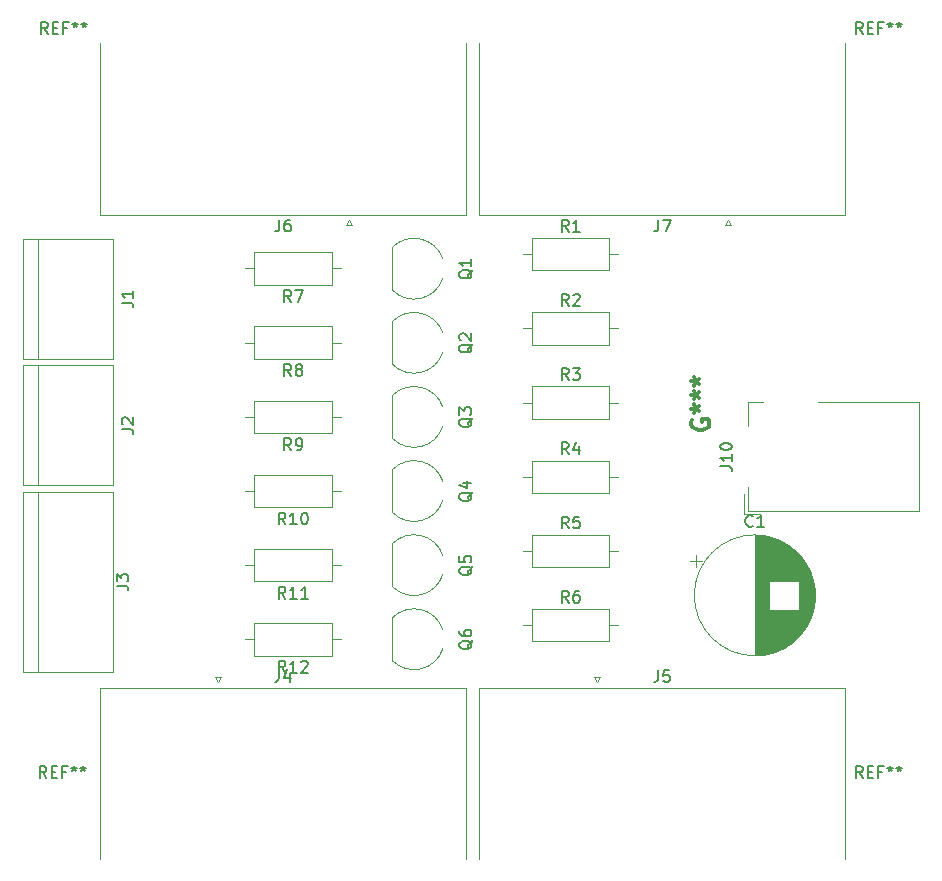
<source format=gbr>
%TF.GenerationSoftware,KiCad,Pcbnew,(6.0.4)*%
%TF.CreationDate,2024-03-21T15:28:48+01:00*%
%TF.ProjectId,Big7segDisplayDrv,42696737-7365-4674-9469-73706c617944,rev?*%
%TF.SameCoordinates,Original*%
%TF.FileFunction,Legend,Top*%
%TF.FilePolarity,Positive*%
%FSLAX46Y46*%
G04 Gerber Fmt 4.6, Leading zero omitted, Abs format (unit mm)*
G04 Created by KiCad (PCBNEW (6.0.4)) date 2024-03-21 15:28:48*
%MOMM*%
%LPD*%
G01*
G04 APERTURE LIST*
%ADD10C,0.150000*%
%ADD11C,0.300000*%
%ADD12C,0.120000*%
G04 APERTURE END LIST*
D10*
%TO.C,REF\u002A\u002A*%
X99466666Y-128052380D02*
X99133333Y-127576190D01*
X98895238Y-128052380D02*
X98895238Y-127052380D01*
X99276190Y-127052380D01*
X99371428Y-127100000D01*
X99419047Y-127147619D01*
X99466666Y-127242857D01*
X99466666Y-127385714D01*
X99419047Y-127480952D01*
X99371428Y-127528571D01*
X99276190Y-127576190D01*
X98895238Y-127576190D01*
X99895238Y-127528571D02*
X100228571Y-127528571D01*
X100371428Y-128052380D02*
X99895238Y-128052380D01*
X99895238Y-127052380D01*
X100371428Y-127052380D01*
X101133333Y-127528571D02*
X100800000Y-127528571D01*
X100800000Y-128052380D02*
X100800000Y-127052380D01*
X101276190Y-127052380D01*
X101800000Y-127052380D02*
X101800000Y-127290476D01*
X101561904Y-127195238D02*
X101800000Y-127290476D01*
X102038095Y-127195238D01*
X101657142Y-127480952D02*
X101800000Y-127290476D01*
X101942857Y-127480952D01*
X102561904Y-127052380D02*
X102561904Y-127290476D01*
X102323809Y-127195238D02*
X102561904Y-127290476D01*
X102800000Y-127195238D01*
X102419047Y-127480952D02*
X102561904Y-127290476D01*
X102704761Y-127480952D01*
X99566666Y-65052380D02*
X99233333Y-64576190D01*
X98995238Y-65052380D02*
X98995238Y-64052380D01*
X99376190Y-64052380D01*
X99471428Y-64100000D01*
X99519047Y-64147619D01*
X99566666Y-64242857D01*
X99566666Y-64385714D01*
X99519047Y-64480952D01*
X99471428Y-64528571D01*
X99376190Y-64576190D01*
X98995238Y-64576190D01*
X99995238Y-64528571D02*
X100328571Y-64528571D01*
X100471428Y-65052380D02*
X99995238Y-65052380D01*
X99995238Y-64052380D01*
X100471428Y-64052380D01*
X101233333Y-64528571D02*
X100900000Y-64528571D01*
X100900000Y-65052380D02*
X100900000Y-64052380D01*
X101376190Y-64052380D01*
X101900000Y-64052380D02*
X101900000Y-64290476D01*
X101661904Y-64195238D02*
X101900000Y-64290476D01*
X102138095Y-64195238D01*
X101757142Y-64480952D02*
X101900000Y-64290476D01*
X102042857Y-64480952D01*
X102661904Y-64052380D02*
X102661904Y-64290476D01*
X102423809Y-64195238D02*
X102661904Y-64290476D01*
X102900000Y-64195238D01*
X102519047Y-64480952D02*
X102661904Y-64290476D01*
X102804761Y-64480952D01*
X168566666Y-128052380D02*
X168233333Y-127576190D01*
X167995238Y-128052380D02*
X167995238Y-127052380D01*
X168376190Y-127052380D01*
X168471428Y-127100000D01*
X168519047Y-127147619D01*
X168566666Y-127242857D01*
X168566666Y-127385714D01*
X168519047Y-127480952D01*
X168471428Y-127528571D01*
X168376190Y-127576190D01*
X167995238Y-127576190D01*
X168995238Y-127528571D02*
X169328571Y-127528571D01*
X169471428Y-128052380D02*
X168995238Y-128052380D01*
X168995238Y-127052380D01*
X169471428Y-127052380D01*
X170233333Y-127528571D02*
X169900000Y-127528571D01*
X169900000Y-128052380D02*
X169900000Y-127052380D01*
X170376190Y-127052380D01*
X170900000Y-127052380D02*
X170900000Y-127290476D01*
X170661904Y-127195238D02*
X170900000Y-127290476D01*
X171138095Y-127195238D01*
X170757142Y-127480952D02*
X170900000Y-127290476D01*
X171042857Y-127480952D01*
X171661904Y-127052380D02*
X171661904Y-127290476D01*
X171423809Y-127195238D02*
X171661904Y-127290476D01*
X171900000Y-127195238D01*
X171519047Y-127480952D02*
X171661904Y-127290476D01*
X171804761Y-127480952D01*
X168566666Y-65052380D02*
X168233333Y-64576190D01*
X167995238Y-65052380D02*
X167995238Y-64052380D01*
X168376190Y-64052380D01*
X168471428Y-64100000D01*
X168519047Y-64147619D01*
X168566666Y-64242857D01*
X168566666Y-64385714D01*
X168519047Y-64480952D01*
X168471428Y-64528571D01*
X168376190Y-64576190D01*
X167995238Y-64576190D01*
X168995238Y-64528571D02*
X169328571Y-64528571D01*
X169471428Y-65052380D02*
X168995238Y-65052380D01*
X168995238Y-64052380D01*
X169471428Y-64052380D01*
X170233333Y-64528571D02*
X169900000Y-64528571D01*
X169900000Y-65052380D02*
X169900000Y-64052380D01*
X170376190Y-64052380D01*
X170900000Y-64052380D02*
X170900000Y-64290476D01*
X170661904Y-64195238D02*
X170900000Y-64290476D01*
X171138095Y-64195238D01*
X170757142Y-64480952D02*
X170900000Y-64290476D01*
X171042857Y-64480952D01*
X171661904Y-64052380D02*
X171661904Y-64290476D01*
X171423809Y-64195238D02*
X171661904Y-64290476D01*
X171900000Y-64195238D01*
X171519047Y-64480952D02*
X171661904Y-64290476D01*
X171804761Y-64480952D01*
%TO.C,J6*%
X119176666Y-80782711D02*
X119176666Y-81496997D01*
X119129047Y-81639854D01*
X119033809Y-81735092D01*
X118890952Y-81782711D01*
X118795714Y-81782711D01*
X120081428Y-80782711D02*
X119890952Y-80782711D01*
X119795714Y-80830331D01*
X119748095Y-80877950D01*
X119652857Y-81020807D01*
X119605238Y-81211283D01*
X119605238Y-81592235D01*
X119652857Y-81687473D01*
X119700476Y-81735092D01*
X119795714Y-81782711D01*
X119986190Y-81782711D01*
X120081428Y-81735092D01*
X120129047Y-81687473D01*
X120176666Y-81592235D01*
X120176666Y-81354140D01*
X120129047Y-81258902D01*
X120081428Y-81211283D01*
X119986190Y-81163664D01*
X119795714Y-81163664D01*
X119700476Y-81211283D01*
X119652857Y-81258902D01*
X119605238Y-81354140D01*
%TO.C,Q1*%
X135527619Y-85047238D02*
X135480000Y-85142476D01*
X135384761Y-85237714D01*
X135241904Y-85380571D01*
X135194285Y-85475809D01*
X135194285Y-85571047D01*
X135432380Y-85523428D02*
X135384761Y-85618666D01*
X135289523Y-85713904D01*
X135099047Y-85761523D01*
X134765714Y-85761523D01*
X134575238Y-85713904D01*
X134480000Y-85618666D01*
X134432380Y-85523428D01*
X134432380Y-85332952D01*
X134480000Y-85237714D01*
X134575238Y-85142476D01*
X134765714Y-85094857D01*
X135099047Y-85094857D01*
X135289523Y-85142476D01*
X135384761Y-85237714D01*
X135432380Y-85332952D01*
X135432380Y-85523428D01*
X135432380Y-84142476D02*
X135432380Y-84713904D01*
X135432380Y-84428190D02*
X134432380Y-84428190D01*
X134575238Y-84523428D01*
X134670476Y-84618666D01*
X134718095Y-84713904D01*
%TO.C,J7*%
X151276666Y-80782711D02*
X151276666Y-81496997D01*
X151229047Y-81639854D01*
X151133809Y-81735092D01*
X150990952Y-81782711D01*
X150895714Y-81782711D01*
X151657619Y-80782711D02*
X152324285Y-80782711D01*
X151895714Y-81782711D01*
%TO.C,J10*%
X156502380Y-101659523D02*
X157216666Y-101659523D01*
X157359523Y-101707142D01*
X157454761Y-101802380D01*
X157502380Y-101945238D01*
X157502380Y-102040476D01*
X157502380Y-100659523D02*
X157502380Y-101230952D01*
X157502380Y-100945238D02*
X156502380Y-100945238D01*
X156645238Y-101040476D01*
X156740476Y-101135714D01*
X156788095Y-101230952D01*
X156502380Y-100040476D02*
X156502380Y-99945238D01*
X156550000Y-99850000D01*
X156597619Y-99802380D01*
X156692857Y-99754761D01*
X156883333Y-99707142D01*
X157121428Y-99707142D01*
X157311904Y-99754761D01*
X157407142Y-99802380D01*
X157454761Y-99850000D01*
X157502380Y-99945238D01*
X157502380Y-100040476D01*
X157454761Y-100135714D01*
X157407142Y-100183333D01*
X157311904Y-100230952D01*
X157121428Y-100278571D01*
X156883333Y-100278571D01*
X156692857Y-100230952D01*
X156597619Y-100183333D01*
X156550000Y-100135714D01*
X156502380Y-100040476D01*
%TO.C,Q5*%
X135527619Y-110143238D02*
X135480000Y-110238476D01*
X135384761Y-110333714D01*
X135241904Y-110476571D01*
X135194285Y-110571809D01*
X135194285Y-110667047D01*
X135432380Y-110619428D02*
X135384761Y-110714666D01*
X135289523Y-110809904D01*
X135099047Y-110857523D01*
X134765714Y-110857523D01*
X134575238Y-110809904D01*
X134480000Y-110714666D01*
X134432380Y-110619428D01*
X134432380Y-110428952D01*
X134480000Y-110333714D01*
X134575238Y-110238476D01*
X134765714Y-110190857D01*
X135099047Y-110190857D01*
X135289523Y-110238476D01*
X135384761Y-110333714D01*
X135432380Y-110428952D01*
X135432380Y-110619428D01*
X134432380Y-109286095D02*
X134432380Y-109762285D01*
X134908571Y-109809904D01*
X134860952Y-109762285D01*
X134813333Y-109667047D01*
X134813333Y-109428952D01*
X134860952Y-109333714D01*
X134908571Y-109286095D01*
X135003809Y-109238476D01*
X135241904Y-109238476D01*
X135337142Y-109286095D01*
X135384761Y-109333714D01*
X135432380Y-109428952D01*
X135432380Y-109667047D01*
X135384761Y-109762285D01*
X135337142Y-109809904D01*
%TO.C,C1*%
X159265656Y-106707142D02*
X159218037Y-106754761D01*
X159075180Y-106802380D01*
X158979942Y-106802380D01*
X158837084Y-106754761D01*
X158741846Y-106659523D01*
X158694227Y-106564285D01*
X158646608Y-106373809D01*
X158646608Y-106230952D01*
X158694227Y-106040476D01*
X158741846Y-105945238D01*
X158837084Y-105850000D01*
X158979942Y-105802380D01*
X159075180Y-105802380D01*
X159218037Y-105850000D01*
X159265656Y-105897619D01*
X160218037Y-106802380D02*
X159646608Y-106802380D01*
X159932323Y-106802380D02*
X159932323Y-105802380D01*
X159837084Y-105945238D01*
X159741846Y-106040476D01*
X159646608Y-106088095D01*
%TO.C,R3*%
X143673333Y-94368380D02*
X143340000Y-93892190D01*
X143101904Y-94368380D02*
X143101904Y-93368380D01*
X143482857Y-93368380D01*
X143578095Y-93416000D01*
X143625714Y-93463619D01*
X143673333Y-93558857D01*
X143673333Y-93701714D01*
X143625714Y-93796952D01*
X143578095Y-93844571D01*
X143482857Y-93892190D01*
X143101904Y-93892190D01*
X144006666Y-93368380D02*
X144625714Y-93368380D01*
X144292380Y-93749333D01*
X144435238Y-93749333D01*
X144530476Y-93796952D01*
X144578095Y-93844571D01*
X144625714Y-93939809D01*
X144625714Y-94177904D01*
X144578095Y-94273142D01*
X144530476Y-94320761D01*
X144435238Y-94368380D01*
X144149523Y-94368380D01*
X144054285Y-94320761D01*
X144006666Y-94273142D01*
%TO.C,J2*%
X105832380Y-98533333D02*
X106546666Y-98533333D01*
X106689523Y-98580952D01*
X106784761Y-98676190D01*
X106832380Y-98819047D01*
X106832380Y-98914285D01*
X105927619Y-98104761D02*
X105880000Y-98057142D01*
X105832380Y-97961904D01*
X105832380Y-97723809D01*
X105880000Y-97628571D01*
X105927619Y-97580952D01*
X106022857Y-97533333D01*
X106118095Y-97533333D01*
X106260952Y-97580952D01*
X106832380Y-98152380D01*
X106832380Y-97533333D01*
%TO.C,Q2*%
X135527619Y-91321238D02*
X135480000Y-91416476D01*
X135384761Y-91511714D01*
X135241904Y-91654571D01*
X135194285Y-91749809D01*
X135194285Y-91845047D01*
X135432380Y-91797428D02*
X135384761Y-91892666D01*
X135289523Y-91987904D01*
X135099047Y-92035523D01*
X134765714Y-92035523D01*
X134575238Y-91987904D01*
X134480000Y-91892666D01*
X134432380Y-91797428D01*
X134432380Y-91606952D01*
X134480000Y-91511714D01*
X134575238Y-91416476D01*
X134765714Y-91368857D01*
X135099047Y-91368857D01*
X135289523Y-91416476D01*
X135384761Y-91511714D01*
X135432380Y-91606952D01*
X135432380Y-91797428D01*
X134527619Y-90987904D02*
X134480000Y-90940285D01*
X134432380Y-90845047D01*
X134432380Y-90606952D01*
X134480000Y-90511714D01*
X134527619Y-90464095D01*
X134622857Y-90416476D01*
X134718095Y-90416476D01*
X134860952Y-90464095D01*
X135432380Y-91035523D01*
X135432380Y-90416476D01*
%TO.C,Q4*%
X135527619Y-103869238D02*
X135480000Y-103964476D01*
X135384761Y-104059714D01*
X135241904Y-104202571D01*
X135194285Y-104297809D01*
X135194285Y-104393047D01*
X135432380Y-104345428D02*
X135384761Y-104440666D01*
X135289523Y-104535904D01*
X135099047Y-104583523D01*
X134765714Y-104583523D01*
X134575238Y-104535904D01*
X134480000Y-104440666D01*
X134432380Y-104345428D01*
X134432380Y-104154952D01*
X134480000Y-104059714D01*
X134575238Y-103964476D01*
X134765714Y-103916857D01*
X135099047Y-103916857D01*
X135289523Y-103964476D01*
X135384761Y-104059714D01*
X135432380Y-104154952D01*
X135432380Y-104345428D01*
X134765714Y-103059714D02*
X135432380Y-103059714D01*
X134384761Y-103297809D02*
X135099047Y-103535904D01*
X135099047Y-102916857D01*
%TO.C,R9*%
X120173333Y-100308380D02*
X119840000Y-99832190D01*
X119601904Y-100308380D02*
X119601904Y-99308380D01*
X119982857Y-99308380D01*
X120078095Y-99356000D01*
X120125714Y-99403619D01*
X120173333Y-99498857D01*
X120173333Y-99641714D01*
X120125714Y-99736952D01*
X120078095Y-99784571D01*
X119982857Y-99832190D01*
X119601904Y-99832190D01*
X120649523Y-100308380D02*
X120840000Y-100308380D01*
X120935238Y-100260761D01*
X120982857Y-100213142D01*
X121078095Y-100070285D01*
X121125714Y-99879809D01*
X121125714Y-99498857D01*
X121078095Y-99403619D01*
X121030476Y-99356000D01*
X120935238Y-99308380D01*
X120744761Y-99308380D01*
X120649523Y-99356000D01*
X120601904Y-99403619D01*
X120554285Y-99498857D01*
X120554285Y-99736952D01*
X120601904Y-99832190D01*
X120649523Y-99879809D01*
X120744761Y-99927428D01*
X120935238Y-99927428D01*
X121030476Y-99879809D01*
X121078095Y-99832190D01*
X121125714Y-99736952D01*
%TO.C,R1*%
X143673333Y-81808380D02*
X143340000Y-81332190D01*
X143101904Y-81808380D02*
X143101904Y-80808380D01*
X143482857Y-80808380D01*
X143578095Y-80856000D01*
X143625714Y-80903619D01*
X143673333Y-80998857D01*
X143673333Y-81141714D01*
X143625714Y-81236952D01*
X143578095Y-81284571D01*
X143482857Y-81332190D01*
X143101904Y-81332190D01*
X144625714Y-81808380D02*
X144054285Y-81808380D01*
X144340000Y-81808380D02*
X144340000Y-80808380D01*
X144244761Y-80951238D01*
X144149523Y-81046476D01*
X144054285Y-81094095D01*
%TO.C,R2*%
X143673333Y-88088380D02*
X143340000Y-87612190D01*
X143101904Y-88088380D02*
X143101904Y-87088380D01*
X143482857Y-87088380D01*
X143578095Y-87136000D01*
X143625714Y-87183619D01*
X143673333Y-87278857D01*
X143673333Y-87421714D01*
X143625714Y-87516952D01*
X143578095Y-87564571D01*
X143482857Y-87612190D01*
X143101904Y-87612190D01*
X144054285Y-87183619D02*
X144101904Y-87136000D01*
X144197142Y-87088380D01*
X144435238Y-87088380D01*
X144530476Y-87136000D01*
X144578095Y-87183619D01*
X144625714Y-87278857D01*
X144625714Y-87374095D01*
X144578095Y-87516952D01*
X144006666Y-88088380D01*
X144625714Y-88088380D01*
%TO.C,J4*%
X119156666Y-118922049D02*
X119156666Y-119636335D01*
X119109047Y-119779192D01*
X119013809Y-119874430D01*
X118870952Y-119922049D01*
X118775714Y-119922049D01*
X120061428Y-119255383D02*
X120061428Y-119922049D01*
X119823333Y-118874430D02*
X119585238Y-119588716D01*
X120204285Y-119588716D01*
%TO.C,R8*%
X120173333Y-94028380D02*
X119840000Y-93552190D01*
X119601904Y-94028380D02*
X119601904Y-93028380D01*
X119982857Y-93028380D01*
X120078095Y-93076000D01*
X120125714Y-93123619D01*
X120173333Y-93218857D01*
X120173333Y-93361714D01*
X120125714Y-93456952D01*
X120078095Y-93504571D01*
X119982857Y-93552190D01*
X119601904Y-93552190D01*
X120744761Y-93456952D02*
X120649523Y-93409333D01*
X120601904Y-93361714D01*
X120554285Y-93266476D01*
X120554285Y-93218857D01*
X120601904Y-93123619D01*
X120649523Y-93076000D01*
X120744761Y-93028380D01*
X120935238Y-93028380D01*
X121030476Y-93076000D01*
X121078095Y-93123619D01*
X121125714Y-93218857D01*
X121125714Y-93266476D01*
X121078095Y-93361714D01*
X121030476Y-93409333D01*
X120935238Y-93456952D01*
X120744761Y-93456952D01*
X120649523Y-93504571D01*
X120601904Y-93552190D01*
X120554285Y-93647428D01*
X120554285Y-93837904D01*
X120601904Y-93933142D01*
X120649523Y-93980761D01*
X120744761Y-94028380D01*
X120935238Y-94028380D01*
X121030476Y-93980761D01*
X121078095Y-93933142D01*
X121125714Y-93837904D01*
X121125714Y-93647428D01*
X121078095Y-93552190D01*
X121030476Y-93504571D01*
X120935238Y-93456952D01*
%TO.C,R4*%
X143673333Y-100648380D02*
X143340000Y-100172190D01*
X143101904Y-100648380D02*
X143101904Y-99648380D01*
X143482857Y-99648380D01*
X143578095Y-99696000D01*
X143625714Y-99743619D01*
X143673333Y-99838857D01*
X143673333Y-99981714D01*
X143625714Y-100076952D01*
X143578095Y-100124571D01*
X143482857Y-100172190D01*
X143101904Y-100172190D01*
X144530476Y-99981714D02*
X144530476Y-100648380D01*
X144292380Y-99600761D02*
X144054285Y-100315047D01*
X144673333Y-100315047D01*
D11*
%TO.C,G\u002A\u002A\u002A*%
X154138000Y-97742571D02*
X154065428Y-97887714D01*
X154065428Y-98105428D01*
X154138000Y-98323142D01*
X154283142Y-98468285D01*
X154428285Y-98540857D01*
X154718571Y-98613428D01*
X154936285Y-98613428D01*
X155226571Y-98540857D01*
X155371714Y-98468285D01*
X155516857Y-98323142D01*
X155589428Y-98105428D01*
X155589428Y-97960285D01*
X155516857Y-97742571D01*
X155444285Y-97670000D01*
X154936285Y-97670000D01*
X154936285Y-97960285D01*
X154065428Y-96799142D02*
X154428285Y-96799142D01*
X154283142Y-97162000D02*
X154428285Y-96799142D01*
X154283142Y-96436285D01*
X154718571Y-97016857D02*
X154428285Y-96799142D01*
X154718571Y-96581428D01*
X154065428Y-95638000D02*
X154428285Y-95638000D01*
X154283142Y-96000857D02*
X154428285Y-95638000D01*
X154283142Y-95275142D01*
X154718571Y-95855714D02*
X154428285Y-95638000D01*
X154718571Y-95420285D01*
X154065428Y-94476857D02*
X154428285Y-94476857D01*
X154283142Y-94839714D02*
X154428285Y-94476857D01*
X154283142Y-94114000D01*
X154718571Y-94694571D02*
X154428285Y-94476857D01*
X154718571Y-94259142D01*
D10*
%TO.C,Q6*%
X135527619Y-116417238D02*
X135480000Y-116512476D01*
X135384761Y-116607714D01*
X135241904Y-116750571D01*
X135194285Y-116845809D01*
X135194285Y-116941047D01*
X135432380Y-116893428D02*
X135384761Y-116988666D01*
X135289523Y-117083904D01*
X135099047Y-117131523D01*
X134765714Y-117131523D01*
X134575238Y-117083904D01*
X134480000Y-116988666D01*
X134432380Y-116893428D01*
X134432380Y-116702952D01*
X134480000Y-116607714D01*
X134575238Y-116512476D01*
X134765714Y-116464857D01*
X135099047Y-116464857D01*
X135289523Y-116512476D01*
X135384761Y-116607714D01*
X135432380Y-116702952D01*
X135432380Y-116893428D01*
X134432380Y-115607714D02*
X134432380Y-115798190D01*
X134480000Y-115893428D01*
X134527619Y-115941047D01*
X134670476Y-116036285D01*
X134860952Y-116083904D01*
X135241904Y-116083904D01*
X135337142Y-116036285D01*
X135384761Y-115988666D01*
X135432380Y-115893428D01*
X135432380Y-115702952D01*
X135384761Y-115607714D01*
X135337142Y-115560095D01*
X135241904Y-115512476D01*
X135003809Y-115512476D01*
X134908571Y-115560095D01*
X134860952Y-115607714D01*
X134813333Y-115702952D01*
X134813333Y-115893428D01*
X134860952Y-115988666D01*
X134908571Y-116036285D01*
X135003809Y-116083904D01*
%TO.C,R10*%
X119697142Y-106588380D02*
X119363809Y-106112190D01*
X119125714Y-106588380D02*
X119125714Y-105588380D01*
X119506666Y-105588380D01*
X119601904Y-105636000D01*
X119649523Y-105683619D01*
X119697142Y-105778857D01*
X119697142Y-105921714D01*
X119649523Y-106016952D01*
X119601904Y-106064571D01*
X119506666Y-106112190D01*
X119125714Y-106112190D01*
X120649523Y-106588380D02*
X120078095Y-106588380D01*
X120363809Y-106588380D02*
X120363809Y-105588380D01*
X120268571Y-105731238D01*
X120173333Y-105826476D01*
X120078095Y-105874095D01*
X121268571Y-105588380D02*
X121363809Y-105588380D01*
X121459047Y-105636000D01*
X121506666Y-105683619D01*
X121554285Y-105778857D01*
X121601904Y-105969333D01*
X121601904Y-106207428D01*
X121554285Y-106397904D01*
X121506666Y-106493142D01*
X121459047Y-106540761D01*
X121363809Y-106588380D01*
X121268571Y-106588380D01*
X121173333Y-106540761D01*
X121125714Y-106493142D01*
X121078095Y-106397904D01*
X121030476Y-106207428D01*
X121030476Y-105969333D01*
X121078095Y-105778857D01*
X121125714Y-105683619D01*
X121173333Y-105636000D01*
X121268571Y-105588380D01*
%TO.C,R12*%
X119697142Y-119148380D02*
X119363809Y-118672190D01*
X119125714Y-119148380D02*
X119125714Y-118148380D01*
X119506666Y-118148380D01*
X119601904Y-118196000D01*
X119649523Y-118243619D01*
X119697142Y-118338857D01*
X119697142Y-118481714D01*
X119649523Y-118576952D01*
X119601904Y-118624571D01*
X119506666Y-118672190D01*
X119125714Y-118672190D01*
X120649523Y-119148380D02*
X120078095Y-119148380D01*
X120363809Y-119148380D02*
X120363809Y-118148380D01*
X120268571Y-118291238D01*
X120173333Y-118386476D01*
X120078095Y-118434095D01*
X121030476Y-118243619D02*
X121078095Y-118196000D01*
X121173333Y-118148380D01*
X121411428Y-118148380D01*
X121506666Y-118196000D01*
X121554285Y-118243619D01*
X121601904Y-118338857D01*
X121601904Y-118434095D01*
X121554285Y-118576952D01*
X120982857Y-119148380D01*
X121601904Y-119148380D01*
%TO.C,R7*%
X120173333Y-87748380D02*
X119840000Y-87272190D01*
X119601904Y-87748380D02*
X119601904Y-86748380D01*
X119982857Y-86748380D01*
X120078095Y-86796000D01*
X120125714Y-86843619D01*
X120173333Y-86938857D01*
X120173333Y-87081714D01*
X120125714Y-87176952D01*
X120078095Y-87224571D01*
X119982857Y-87272190D01*
X119601904Y-87272190D01*
X120506666Y-86748380D02*
X121173333Y-86748380D01*
X120744761Y-87748380D01*
%TO.C,J5*%
X151256666Y-118922049D02*
X151256666Y-119636335D01*
X151209047Y-119779192D01*
X151113809Y-119874430D01*
X150970952Y-119922049D01*
X150875714Y-119922049D01*
X152209047Y-118922049D02*
X151732857Y-118922049D01*
X151685238Y-119398240D01*
X151732857Y-119350621D01*
X151828095Y-119303002D01*
X152066190Y-119303002D01*
X152161428Y-119350621D01*
X152209047Y-119398240D01*
X152256666Y-119493478D01*
X152256666Y-119731573D01*
X152209047Y-119826811D01*
X152161428Y-119874430D01*
X152066190Y-119922049D01*
X151828095Y-119922049D01*
X151732857Y-119874430D01*
X151685238Y-119826811D01*
%TO.C,R6*%
X143673333Y-113208380D02*
X143340000Y-112732190D01*
X143101904Y-113208380D02*
X143101904Y-112208380D01*
X143482857Y-112208380D01*
X143578095Y-112256000D01*
X143625714Y-112303619D01*
X143673333Y-112398857D01*
X143673333Y-112541714D01*
X143625714Y-112636952D01*
X143578095Y-112684571D01*
X143482857Y-112732190D01*
X143101904Y-112732190D01*
X144530476Y-112208380D02*
X144340000Y-112208380D01*
X144244761Y-112256000D01*
X144197142Y-112303619D01*
X144101904Y-112446476D01*
X144054285Y-112636952D01*
X144054285Y-113017904D01*
X144101904Y-113113142D01*
X144149523Y-113160761D01*
X144244761Y-113208380D01*
X144435238Y-113208380D01*
X144530476Y-113160761D01*
X144578095Y-113113142D01*
X144625714Y-113017904D01*
X144625714Y-112779809D01*
X144578095Y-112684571D01*
X144530476Y-112636952D01*
X144435238Y-112589333D01*
X144244761Y-112589333D01*
X144149523Y-112636952D01*
X144101904Y-112684571D01*
X144054285Y-112779809D01*
%TO.C,R5*%
X143673333Y-106928380D02*
X143340000Y-106452190D01*
X143101904Y-106928380D02*
X143101904Y-105928380D01*
X143482857Y-105928380D01*
X143578095Y-105976000D01*
X143625714Y-106023619D01*
X143673333Y-106118857D01*
X143673333Y-106261714D01*
X143625714Y-106356952D01*
X143578095Y-106404571D01*
X143482857Y-106452190D01*
X143101904Y-106452190D01*
X144578095Y-105928380D02*
X144101904Y-105928380D01*
X144054285Y-106404571D01*
X144101904Y-106356952D01*
X144197142Y-106309333D01*
X144435238Y-106309333D01*
X144530476Y-106356952D01*
X144578095Y-106404571D01*
X144625714Y-106499809D01*
X144625714Y-106737904D01*
X144578095Y-106833142D01*
X144530476Y-106880761D01*
X144435238Y-106928380D01*
X144197142Y-106928380D01*
X144101904Y-106880761D01*
X144054285Y-106833142D01*
%TO.C,R11*%
X119697142Y-112868380D02*
X119363809Y-112392190D01*
X119125714Y-112868380D02*
X119125714Y-111868380D01*
X119506666Y-111868380D01*
X119601904Y-111916000D01*
X119649523Y-111963619D01*
X119697142Y-112058857D01*
X119697142Y-112201714D01*
X119649523Y-112296952D01*
X119601904Y-112344571D01*
X119506666Y-112392190D01*
X119125714Y-112392190D01*
X120649523Y-112868380D02*
X120078095Y-112868380D01*
X120363809Y-112868380D02*
X120363809Y-111868380D01*
X120268571Y-112011238D01*
X120173333Y-112106476D01*
X120078095Y-112154095D01*
X121601904Y-112868380D02*
X121030476Y-112868380D01*
X121316190Y-112868380D02*
X121316190Y-111868380D01*
X121220952Y-112011238D01*
X121125714Y-112106476D01*
X121030476Y-112154095D01*
%TO.C,Q3*%
X135527619Y-97595238D02*
X135480000Y-97690476D01*
X135384761Y-97785714D01*
X135241904Y-97928571D01*
X135194285Y-98023809D01*
X135194285Y-98119047D01*
X135432380Y-98071428D02*
X135384761Y-98166666D01*
X135289523Y-98261904D01*
X135099047Y-98309523D01*
X134765714Y-98309523D01*
X134575238Y-98261904D01*
X134480000Y-98166666D01*
X134432380Y-98071428D01*
X134432380Y-97880952D01*
X134480000Y-97785714D01*
X134575238Y-97690476D01*
X134765714Y-97642857D01*
X135099047Y-97642857D01*
X135289523Y-97690476D01*
X135384761Y-97785714D01*
X135432380Y-97880952D01*
X135432380Y-98071428D01*
X134432380Y-97309523D02*
X134432380Y-96690476D01*
X134813333Y-97023809D01*
X134813333Y-96880952D01*
X134860952Y-96785714D01*
X134908571Y-96738095D01*
X135003809Y-96690476D01*
X135241904Y-96690476D01*
X135337142Y-96738095D01*
X135384761Y-96785714D01*
X135432380Y-96880952D01*
X135432380Y-97166666D01*
X135384761Y-97261904D01*
X135337142Y-97309523D01*
%TO.C,J1*%
X105832380Y-87833333D02*
X106546666Y-87833333D01*
X106689523Y-87880952D01*
X106784761Y-87976190D01*
X106832380Y-88119047D01*
X106832380Y-88214285D01*
X106832380Y-86833333D02*
X106832380Y-87404761D01*
X106832380Y-87119047D02*
X105832380Y-87119047D01*
X105975238Y-87214285D01*
X106070476Y-87309523D01*
X106118095Y-87404761D01*
%TO.C,J3*%
X105402380Y-111803333D02*
X106116666Y-111803333D01*
X106259523Y-111850952D01*
X106354761Y-111946190D01*
X106402380Y-112089047D01*
X106402380Y-112184285D01*
X105402380Y-111422380D02*
X105402380Y-110803333D01*
X105783333Y-111136666D01*
X105783333Y-110993809D01*
X105830952Y-110898571D01*
X105878571Y-110850952D01*
X105973809Y-110803333D01*
X106211904Y-110803333D01*
X106307142Y-110850952D01*
X106354761Y-110898571D01*
X106402380Y-110993809D01*
X106402380Y-111279523D01*
X106354761Y-111374761D01*
X106307142Y-111422380D01*
D12*
%TO.C,J6*%
X134995000Y-65850331D02*
X134995000Y-80390331D01*
X125300000Y-81284669D02*
X124800000Y-81284669D01*
X104025000Y-80390331D02*
X104025000Y-65850331D01*
X134995000Y-80390331D02*
X104025000Y-80390331D01*
X124800000Y-81284669D02*
X125050000Y-80851656D01*
X125050000Y-80851656D02*
X125300000Y-81284669D01*
%TO.C,Q1*%
X128730000Y-83152000D02*
X128730000Y-86752000D01*
X133030000Y-84132000D02*
G75*
G03*
X128738259Y-83140125I-2450000J-820000D01*
G01*
X128752316Y-86760445D02*
G75*
G03*
X133030000Y-85732000I1827684J1808445D01*
G01*
%TO.C,J7*%
X157150000Y-80851656D02*
X157400000Y-81284669D01*
X167095000Y-65850331D02*
X167095000Y-80390331D01*
X136125000Y-80390331D02*
X136125000Y-65850331D01*
X156900000Y-81284669D02*
X157150000Y-80851656D01*
X157400000Y-81284669D02*
X156900000Y-81284669D01*
X167095000Y-80390331D02*
X136125000Y-80390331D01*
%TO.C,J10*%
X164750000Y-96250000D02*
X173350000Y-96250000D01*
X158550000Y-104050000D02*
X158550000Y-105750000D01*
X173350000Y-105450000D02*
X158850000Y-105450000D01*
X158850000Y-105450000D02*
X158850000Y-103450000D01*
X158850000Y-96250000D02*
X160150000Y-96250000D01*
X158850000Y-98250000D02*
X158850000Y-96250000D01*
X158550000Y-105750000D02*
X159850000Y-105750000D01*
X173350000Y-96250000D02*
X173350000Y-105450000D01*
%TO.C,Q5*%
X128730000Y-108248000D02*
X128730000Y-111848000D01*
X133030000Y-109228000D02*
G75*
G03*
X128738259Y-108236125I-2450000J-820000D01*
G01*
X128752316Y-111856445D02*
G75*
G03*
X133030000Y-110828000I1827684J1808445D01*
G01*
%TO.C,C1*%
X162593323Y-108611000D02*
X162593323Y-111359000D01*
X161553323Y-113841000D02*
X161553323Y-117221000D01*
X161473323Y-107943000D02*
X161473323Y-111359000D01*
X153952677Y-109725000D02*
X154952677Y-109725000D01*
X161113323Y-113841000D02*
X161113323Y-117397000D01*
X161393323Y-113841000D02*
X161393323Y-117290000D01*
X163273323Y-109253000D02*
X163273323Y-115947000D01*
X160993323Y-113841000D02*
X160993323Y-117437000D01*
X159632323Y-107523000D02*
X159632323Y-117677000D01*
X161673323Y-108036000D02*
X161673323Y-111359000D01*
X160633323Y-107662000D02*
X160633323Y-117538000D01*
X164073323Y-110475000D02*
X164073323Y-114725000D01*
X163233323Y-109208000D02*
X163233323Y-115992000D01*
X163073323Y-113841000D02*
X163073323Y-116161000D01*
X162033323Y-108229000D02*
X162033323Y-111359000D01*
X162593323Y-113841000D02*
X162593323Y-116589000D01*
X160553323Y-107644000D02*
X160553323Y-117556000D01*
X160473323Y-107626000D02*
X160473323Y-117574000D01*
X162193323Y-113841000D02*
X162193323Y-116873000D01*
X161593323Y-113841000D02*
X161593323Y-117203000D01*
X161753323Y-113841000D02*
X161753323Y-117125000D01*
X162993323Y-108960000D02*
X162993323Y-111359000D01*
X161473323Y-113841000D02*
X161473323Y-117257000D01*
X160673323Y-107672000D02*
X160673323Y-117528000D01*
X159912323Y-107542000D02*
X159912323Y-117658000D01*
X160072323Y-107560000D02*
X160072323Y-117640000D01*
X162473323Y-108520000D02*
X162473323Y-111359000D01*
X160753323Y-113841000D02*
X160753323Y-117507000D01*
X159712323Y-107527000D02*
X159712323Y-117673000D01*
X161273323Y-113841000D02*
X161273323Y-117338000D01*
X159752323Y-107530000D02*
X159752323Y-117670000D01*
X163553323Y-109600000D02*
X163553323Y-115600000D01*
X162473323Y-113841000D02*
X162473323Y-116680000D01*
X163433323Y-109444000D02*
X163433323Y-115756000D01*
X163873323Y-110090000D02*
X163873323Y-115110000D01*
X163073323Y-109039000D02*
X163073323Y-111359000D01*
X161913323Y-108160000D02*
X161913323Y-111359000D01*
X159992323Y-107550000D02*
X159992323Y-117650000D01*
X162113323Y-113841000D02*
X162113323Y-116923000D01*
X161153323Y-107817000D02*
X161153323Y-111359000D01*
X163793323Y-109955000D02*
X163793323Y-115245000D01*
X162913323Y-113841000D02*
X162913323Y-116316000D01*
X162113323Y-108277000D02*
X162113323Y-111359000D01*
X162833323Y-108811000D02*
X162833323Y-111359000D01*
X163393323Y-109394000D02*
X163393323Y-115806000D01*
X163353323Y-109346000D02*
X163353323Y-115854000D01*
X160032323Y-107555000D02*
X160032323Y-117645000D01*
X162753323Y-108742000D02*
X162753323Y-111359000D01*
X160793323Y-113841000D02*
X160793323Y-117497000D01*
X160233323Y-107582000D02*
X160233323Y-117618000D01*
X161313323Y-107877000D02*
X161313323Y-111359000D01*
X164153323Y-110656000D02*
X164153323Y-114544000D01*
X160393323Y-107610000D02*
X160393323Y-117590000D01*
X161593323Y-107997000D02*
X161593323Y-111359000D01*
X160953323Y-113841000D02*
X160953323Y-117450000D01*
X164273323Y-110970000D02*
X164273323Y-114230000D01*
X162513323Y-113841000D02*
X162513323Y-116650000D01*
X162273323Y-113841000D02*
X162273323Y-116821000D01*
X162313323Y-108406000D02*
X162313323Y-111359000D01*
X161233323Y-113841000D02*
X161233323Y-117354000D01*
X159552323Y-107521000D02*
X159552323Y-117679000D01*
X161953323Y-108183000D02*
X161953323Y-111359000D01*
X162793323Y-113841000D02*
X162793323Y-116424000D01*
X163953323Y-110235000D02*
X163953323Y-114965000D01*
X161633323Y-108016000D02*
X161633323Y-111359000D01*
X163313323Y-109299000D02*
X163313323Y-115901000D01*
X163673323Y-109770000D02*
X163673323Y-115430000D01*
X163033323Y-108999000D02*
X163033323Y-111359000D01*
X163513323Y-109546000D02*
X163513323Y-115654000D01*
X161233323Y-107846000D02*
X161233323Y-111359000D01*
X162553323Y-108580000D02*
X162553323Y-111359000D01*
X163153323Y-113841000D02*
X163153323Y-116078000D01*
X160953323Y-107750000D02*
X160953323Y-111359000D01*
X161993323Y-108205000D02*
X161993323Y-111359000D01*
X161713323Y-108055000D02*
X161713323Y-111359000D01*
X164193323Y-110754000D02*
X164193323Y-114446000D01*
X160833323Y-107715000D02*
X160833323Y-111359000D01*
X162993323Y-113841000D02*
X162993323Y-116240000D01*
X162273323Y-108379000D02*
X162273323Y-111359000D01*
X163913323Y-110161000D02*
X163913323Y-115039000D01*
X160713323Y-113841000D02*
X160713323Y-117518000D01*
X163473323Y-109494000D02*
X163473323Y-115706000D01*
X164113323Y-110563000D02*
X164113323Y-114637000D01*
X162953323Y-108921000D02*
X162953323Y-111359000D01*
X162353323Y-108434000D02*
X162353323Y-111359000D01*
X162193323Y-108327000D02*
X162193323Y-111359000D01*
X161193323Y-107832000D02*
X161193323Y-111359000D01*
X160153323Y-107570000D02*
X160153323Y-117630000D01*
X161793323Y-113841000D02*
X161793323Y-117104000D01*
X161793323Y-108096000D02*
X161793323Y-111359000D01*
X164353323Y-111222000D02*
X164353323Y-113978000D01*
X163753323Y-109891000D02*
X163753323Y-115309000D01*
X160913323Y-107738000D02*
X160913323Y-111359000D01*
X160313323Y-107596000D02*
X160313323Y-117604000D01*
X161993323Y-113841000D02*
X161993323Y-116995000D01*
X161913323Y-113841000D02*
X161913323Y-117040000D01*
X159432323Y-107520000D02*
X159432323Y-117680000D01*
X161673323Y-113841000D02*
X161673323Y-117164000D01*
X162433323Y-108490000D02*
X162433323Y-111359000D01*
X161033323Y-107776000D02*
X161033323Y-111359000D01*
X162753323Y-113841000D02*
X162753323Y-116458000D01*
X160993323Y-107763000D02*
X160993323Y-111359000D01*
X164473323Y-111738000D02*
X164473323Y-113462000D01*
X160193323Y-107576000D02*
X160193323Y-117624000D01*
X162353323Y-113841000D02*
X162353323Y-116766000D01*
X161153323Y-113841000D02*
X161153323Y-117383000D01*
X161033323Y-113841000D02*
X161033323Y-117424000D01*
X162673323Y-113841000D02*
X162673323Y-116525000D01*
X162793323Y-108776000D02*
X162793323Y-111359000D01*
X159872323Y-107538000D02*
X159872323Y-117662000D01*
X161873323Y-113841000D02*
X161873323Y-117062000D01*
X161953323Y-113841000D02*
X161953323Y-117017000D01*
X161353323Y-107893000D02*
X161353323Y-111359000D01*
X161753323Y-108075000D02*
X161753323Y-111359000D01*
X163833323Y-110021000D02*
X163833323Y-115179000D01*
X164393323Y-111370000D02*
X164393323Y-113830000D01*
X161833323Y-108117000D02*
X161833323Y-111359000D01*
X159672323Y-107525000D02*
X159672323Y-117675000D01*
X160793323Y-107703000D02*
X160793323Y-111359000D01*
X159792323Y-107532000D02*
X159792323Y-117668000D01*
X161633323Y-113841000D02*
X161633323Y-117184000D01*
X160433323Y-107618000D02*
X160433323Y-117582000D01*
X162713323Y-108708000D02*
X162713323Y-111359000D01*
X163193323Y-109164000D02*
X163193323Y-116036000D01*
X162033323Y-113841000D02*
X162033323Y-116971000D01*
X160873323Y-107726000D02*
X160873323Y-111359000D01*
X162153323Y-113841000D02*
X162153323Y-116898000D01*
X161313323Y-113841000D02*
X161313323Y-117323000D01*
X162433323Y-113841000D02*
X162433323Y-116710000D01*
X162153323Y-108302000D02*
X162153323Y-111359000D01*
X160593323Y-107653000D02*
X160593323Y-117547000D01*
X159952323Y-107546000D02*
X159952323Y-117654000D01*
X160753323Y-107693000D02*
X160753323Y-111359000D01*
X162073323Y-108253000D02*
X162073323Y-111359000D01*
X161833323Y-113841000D02*
X161833323Y-117083000D01*
X162233323Y-108353000D02*
X162233323Y-111359000D01*
X162313323Y-113841000D02*
X162313323Y-116794000D01*
X160273323Y-107589000D02*
X160273323Y-117611000D01*
X160913323Y-113841000D02*
X160913323Y-117462000D01*
X159472323Y-107520000D02*
X159472323Y-117680000D01*
X163713323Y-109830000D02*
X163713323Y-115370000D01*
X161113323Y-107803000D02*
X161113323Y-111359000D01*
X162673323Y-108675000D02*
X162673323Y-111359000D01*
X164433323Y-111538000D02*
X164433323Y-113662000D01*
X162633323Y-108643000D02*
X162633323Y-111359000D01*
X164233323Y-110858000D02*
X164233323Y-114342000D01*
X163033323Y-113841000D02*
X163033323Y-116201000D01*
X162393323Y-113841000D02*
X162393323Y-116738000D01*
X162633323Y-113841000D02*
X162633323Y-116557000D01*
X161513323Y-107961000D02*
X161513323Y-111359000D01*
X163113323Y-109080000D02*
X163113323Y-111359000D01*
X161433323Y-113841000D02*
X161433323Y-117274000D01*
X164033323Y-110391000D02*
X164033323Y-114809000D01*
X163593323Y-109655000D02*
X163593323Y-115545000D01*
X162833323Y-113841000D02*
X162833323Y-116389000D01*
X162913323Y-108884000D02*
X162913323Y-111359000D01*
X161073323Y-113841000D02*
X161073323Y-117411000D01*
X159512323Y-107520000D02*
X159512323Y-117680000D01*
X163633323Y-109711000D02*
X163633323Y-115489000D01*
X161273323Y-107862000D02*
X161273323Y-111359000D01*
X162713323Y-113841000D02*
X162713323Y-116492000D01*
X160353323Y-107603000D02*
X160353323Y-117597000D01*
X160713323Y-107682000D02*
X160713323Y-111359000D01*
X161073323Y-107789000D02*
X161073323Y-111359000D01*
X162393323Y-108462000D02*
X162393323Y-111359000D01*
X161193323Y-113841000D02*
X161193323Y-117368000D01*
X164313323Y-111090000D02*
X164313323Y-114110000D01*
X154452677Y-109225000D02*
X154452677Y-110225000D01*
X162073323Y-113841000D02*
X162073323Y-116947000D01*
X163113323Y-113841000D02*
X163113323Y-116120000D01*
X159832323Y-107535000D02*
X159832323Y-117665000D01*
X162873323Y-108847000D02*
X162873323Y-111359000D01*
X162233323Y-113841000D02*
X162233323Y-116847000D01*
X161433323Y-107926000D02*
X161433323Y-111359000D01*
X162953323Y-113841000D02*
X162953323Y-116279000D01*
X162553323Y-113841000D02*
X162553323Y-116620000D01*
X161353323Y-113841000D02*
X161353323Y-117307000D01*
X163153323Y-109122000D02*
X163153323Y-111359000D01*
X162873323Y-113841000D02*
X162873323Y-116353000D01*
X161553323Y-107979000D02*
X161553323Y-111359000D01*
X159592323Y-107522000D02*
X159592323Y-117678000D01*
X160513323Y-107635000D02*
X160513323Y-117565000D01*
X160833323Y-113841000D02*
X160833323Y-117485000D01*
X161873323Y-108138000D02*
X161873323Y-111359000D01*
X160873323Y-113841000D02*
X160873323Y-117474000D01*
X163993323Y-110311000D02*
X163993323Y-114889000D01*
X161393323Y-107910000D02*
X161393323Y-111359000D01*
X162513323Y-108550000D02*
X162513323Y-111359000D01*
X161713323Y-113841000D02*
X161713323Y-117145000D01*
X161513323Y-113841000D02*
X161513323Y-117239000D01*
X160112323Y-107565000D02*
X160112323Y-117635000D01*
X164513323Y-112001000D02*
X164513323Y-113199000D01*
X164552323Y-112600000D02*
G75*
G03*
X164552323Y-112600000I-5120000J0D01*
G01*
%TO.C,R3*%
X140570000Y-97656000D02*
X147110000Y-97656000D01*
X147110000Y-94916000D02*
X140570000Y-94916000D01*
X140570000Y-94916000D02*
X140570000Y-97656000D01*
X139800000Y-96286000D02*
X140570000Y-96286000D01*
X147880000Y-96286000D02*
X147110000Y-96286000D01*
X147110000Y-97656000D02*
X147110000Y-94916000D01*
%TO.C,J2*%
X97490000Y-103280000D02*
X105110000Y-103280000D01*
X98760000Y-103280000D02*
X98760000Y-93120000D01*
X105110000Y-103280000D02*
X105110000Y-93120000D01*
X105110000Y-93120000D02*
X97490000Y-93120000D01*
X97490000Y-93120000D02*
X97490000Y-103280000D01*
%TO.C,Q2*%
X128730000Y-89426000D02*
X128730000Y-93026000D01*
X128752316Y-93034445D02*
G75*
G03*
X133030000Y-92006000I1827684J1808445D01*
G01*
X133030000Y-90406000D02*
G75*
G03*
X128738259Y-89414125I-2450000J-820000D01*
G01*
%TO.C,Q4*%
X128730000Y-101974000D02*
X128730000Y-105574000D01*
X128752316Y-105582445D02*
G75*
G03*
X133030000Y-104554000I1827684J1808445D01*
G01*
X133030000Y-102954000D02*
G75*
G03*
X128738259Y-101962125I-2450000J-820000D01*
G01*
%TO.C,R9*%
X116300000Y-97486000D02*
X117070000Y-97486000D01*
X123610000Y-98856000D02*
X123610000Y-96116000D01*
X124380000Y-97486000D02*
X123610000Y-97486000D01*
X123610000Y-96116000D02*
X117070000Y-96116000D01*
X117070000Y-98856000D02*
X123610000Y-98856000D01*
X117070000Y-96116000D02*
X117070000Y-98856000D01*
%TO.C,R1*%
X147880000Y-83726000D02*
X147110000Y-83726000D01*
X140570000Y-82356000D02*
X140570000Y-85096000D01*
X147110000Y-85096000D02*
X147110000Y-82356000D01*
X140570000Y-85096000D02*
X147110000Y-85096000D01*
X147110000Y-82356000D02*
X140570000Y-82356000D01*
X139800000Y-83726000D02*
X140570000Y-83726000D01*
%TO.C,R2*%
X139800000Y-90006000D02*
X140570000Y-90006000D01*
X147110000Y-91376000D02*
X147110000Y-88636000D01*
X140570000Y-91376000D02*
X147110000Y-91376000D01*
X147880000Y-90006000D02*
X147110000Y-90006000D01*
X140570000Y-88636000D02*
X140570000Y-91376000D01*
X147110000Y-88636000D02*
X140570000Y-88636000D01*
%TO.C,J4*%
X134975000Y-120409669D02*
X134975000Y-134949669D01*
X104005000Y-134949669D02*
X104005000Y-120409669D01*
X104005000Y-120409669D02*
X134975000Y-120409669D01*
X114200000Y-119515331D02*
X113950000Y-119948344D01*
X113950000Y-119948344D02*
X113700000Y-119515331D01*
X113700000Y-119515331D02*
X114200000Y-119515331D01*
%TO.C,R8*%
X123610000Y-92576000D02*
X123610000Y-89836000D01*
X117070000Y-89836000D02*
X117070000Y-92576000D01*
X116300000Y-91206000D02*
X117070000Y-91206000D01*
X124380000Y-91206000D02*
X123610000Y-91206000D01*
X123610000Y-89836000D02*
X117070000Y-89836000D01*
X117070000Y-92576000D02*
X123610000Y-92576000D01*
%TO.C,R4*%
X139800000Y-102566000D02*
X140570000Y-102566000D01*
X140570000Y-101196000D02*
X140570000Y-103936000D01*
X147110000Y-103936000D02*
X147110000Y-101196000D01*
X147880000Y-102566000D02*
X147110000Y-102566000D01*
X140570000Y-103936000D02*
X147110000Y-103936000D01*
X147110000Y-101196000D02*
X140570000Y-101196000D01*
%TO.C,Q6*%
X128730000Y-114522000D02*
X128730000Y-118122000D01*
X133030000Y-115502000D02*
G75*
G03*
X128738259Y-114510125I-2450000J-820000D01*
G01*
X128752316Y-118130445D02*
G75*
G03*
X133030000Y-117102000I1827684J1808445D01*
G01*
%TO.C,R10*%
X124380000Y-103766000D02*
X123610000Y-103766000D01*
X116300000Y-103766000D02*
X117070000Y-103766000D01*
X117070000Y-105136000D02*
X123610000Y-105136000D01*
X117070000Y-102396000D02*
X117070000Y-105136000D01*
X123610000Y-105136000D02*
X123610000Y-102396000D01*
X123610000Y-102396000D02*
X117070000Y-102396000D01*
%TO.C,R12*%
X116300000Y-116326000D02*
X117070000Y-116326000D01*
X123610000Y-114956000D02*
X117070000Y-114956000D01*
X124380000Y-116326000D02*
X123610000Y-116326000D01*
X117070000Y-114956000D02*
X117070000Y-117696000D01*
X117070000Y-117696000D02*
X123610000Y-117696000D01*
X123610000Y-117696000D02*
X123610000Y-114956000D01*
%TO.C,R7*%
X117070000Y-83556000D02*
X117070000Y-86296000D01*
X123610000Y-86296000D02*
X123610000Y-83556000D01*
X117070000Y-86296000D02*
X123610000Y-86296000D01*
X116300000Y-84926000D02*
X117070000Y-84926000D01*
X123610000Y-83556000D02*
X117070000Y-83556000D01*
X124380000Y-84926000D02*
X123610000Y-84926000D01*
%TO.C,J5*%
X146300000Y-119515331D02*
X146050000Y-119948344D01*
X146050000Y-119948344D02*
X145800000Y-119515331D01*
X167075000Y-120409669D02*
X167075000Y-134949669D01*
X145800000Y-119515331D02*
X146300000Y-119515331D01*
X136105000Y-120409669D02*
X167075000Y-120409669D01*
X136105000Y-134949669D02*
X136105000Y-120409669D01*
%TO.C,R6*%
X140570000Y-113756000D02*
X140570000Y-116496000D01*
X139800000Y-115126000D02*
X140570000Y-115126000D01*
X140570000Y-116496000D02*
X147110000Y-116496000D01*
X147110000Y-113756000D02*
X140570000Y-113756000D01*
X147880000Y-115126000D02*
X147110000Y-115126000D01*
X147110000Y-116496000D02*
X147110000Y-113756000D01*
%TO.C,R5*%
X140570000Y-110216000D02*
X147110000Y-110216000D01*
X147880000Y-108846000D02*
X147110000Y-108846000D01*
X147110000Y-107476000D02*
X140570000Y-107476000D01*
X140570000Y-107476000D02*
X140570000Y-110216000D01*
X139800000Y-108846000D02*
X140570000Y-108846000D01*
X147110000Y-110216000D02*
X147110000Y-107476000D01*
%TO.C,R11*%
X117070000Y-111416000D02*
X123610000Y-111416000D01*
X116300000Y-110046000D02*
X117070000Y-110046000D01*
X123610000Y-111416000D02*
X123610000Y-108676000D01*
X117070000Y-108676000D02*
X117070000Y-111416000D01*
X124380000Y-110046000D02*
X123610000Y-110046000D01*
X123610000Y-108676000D02*
X117070000Y-108676000D01*
%TO.C,Q3*%
X128730000Y-95700000D02*
X128730000Y-99300000D01*
X128752316Y-99308445D02*
G75*
G03*
X133030000Y-98280000I1827684J1808445D01*
G01*
X133030000Y-96680000D02*
G75*
G03*
X128738259Y-95688125I-2450000J-820000D01*
G01*
%TO.C,J1*%
X105110000Y-82420000D02*
X97490000Y-82420000D01*
X105110000Y-92580000D02*
X105110000Y-82420000D01*
X97490000Y-82420000D02*
X97490000Y-92580000D01*
X97490000Y-92580000D02*
X105110000Y-92580000D01*
X98760000Y-92580000D02*
X98760000Y-82420000D01*
%TO.C,J3*%
X105110000Y-103880000D02*
X105110000Y-119120000D01*
X97490000Y-103880000D02*
X97490000Y-119120000D01*
X97490000Y-103880000D02*
X105110000Y-103880000D01*
X97490000Y-119120000D02*
X105110000Y-119120000D01*
X98760000Y-103880000D02*
X98760000Y-119120000D01*
%TD*%
M02*

</source>
